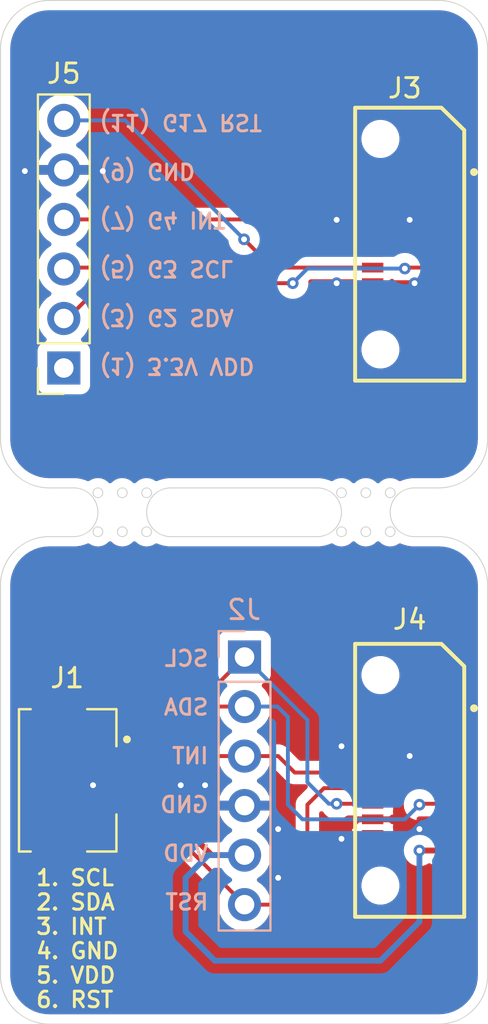
<source format=kicad_pcb>
(kicad_pcb (version 20240108) (generator "pcbnew") (generator_version "8.0")
  (layers (0 "F.Cu" signal) (31 "B.Cu" signal) (34 "B.Paste" user) (35 "F.Paste" user) (36 "B.SilkS" user "B.Silkscreen") (37 "F.SilkS" user "F.Silkscreen") (38 "B.Mask" user) (39 "F.Mask" user) (44 "Edge.Cuts" user))
  (net 0 "")
  (net 1 "SER_GPIO05")
  (net 2 "SER_GPIO09")
  (net 3 "DES_GPIO07")
  (net 4 "GND")
  (net 5 "DES_GPIO08")
  (net 6 "SER_GPIO07")
  (net 7 "DES_SDA")
  (net 8 "DES_SCL")
  (net 9 "SER_3V3")
  (net 10 "SER_SDOR_ADD0")
  (net 11 "SER_WSOR_ADD2")
  (net 12 "SER_GPIO08")
  (net 13 "SER_12V")
  (net 14 "SER_SCL")
  (net 15 "SER_SCK")
  (net 16 "SER_USB_5V")
  (net 17 "SER_SDA")
  (net 18 "SER_SD")
  (net 19 "SER_VDDIO")
  (net 20 "SER_WS")
  (net 21 "SER_SCKOR_ADD1")
  (net 22 "DES_SD")
  (net 23 "DES_SCKOR_ADD1")
  (net 24 "DES_SCK")
  (net 25 "DES_3V3")
  (net 26 "DES_WSOR_ADD2")
  (net 27 "DES_SDOR_ADD0")
  (net 28 "DES_GPIO09")
  (net 29 "DES_WS")
  (net 30 "DES_12V")
  (net 31 "DES_USB_5V")
  (net 32 "DES_GPIO05")
  (net 33 "DES_VDDIO")
  (footprint "Connector_Samtec:SAMTEC_ERM8-010-XX.X-X-DV-XX" (layer "F.Cu") (at 121 60 -90)
    (property "Reference" "J3" (at -8 0.25 180) (layer "F.SilkS"))
    (property "Value" "ERM8-010-XX.X-X-DV-XX" (hide yes))
    (fp_line (start -7 2.8) (end -7 -1.625) (stroke (width 0.2)) (layer "F.SilkS"))
    (fp_line (start 7 2.8) (end -7 2.8) (stroke (width 0.2)) (layer "F.SilkS"))
    (fp_line (start -7 -1.625) (end -5.85 -2.8) (stroke (width 0.2)) (layer "F.SilkS"))
    (fp_line (start -5.85 -2.8) (end 7 -2.8) (stroke (width 0.2)) (layer "F.SilkS"))
    (fp_line (start 7 -2.8) (end 7 2.8) (stroke (width 0.2)) (layer "F.SilkS"))
    (fp_circle (center -3.698 -3.3) (end -3.598 -3.3) (stroke (width 0.2)) (fill none) (layer "F.SilkS"))
    (pad "" np_thru_hole circle (at -5.4 1.5 270) (size 1.45 1.45) (drill 1.45) (layers "*.Cu" "*.Mask"))
    (pad "" np_thru_hole circle (at 5.4 1.5 270) (size 1.45 1.45) (drill 1.45) (layers "*.Cu" "*.Mask"))
    (pad "01" smd rect (at -3.6 -1.9 270) (size 0.5 1.1) (layers "F.Cu" "F.Paste" "F.Mask") (net 11 "SER_WSOR_ADD2"))
    (pad "02" smd rect (at -3.6 1.9 270) (size 0.5 1.1) (layers "F.Cu" "F.Paste" "F.Mask") (net 20 "SER_WS"))
    (pad "03" smd rect (at -2.8 -1.9 270) (size 0.5 1.1) (layers "F.Cu" "F.Paste" "F.Mask") (net 21 "SER_SCKOR_ADD1"))
    (pad "04" smd rect (at -2.8 1.9 270) (size 0.5 1.1) (layers "F.Cu" "F.Paste" "F.Mask") (net 15 "SER_SCK"))
    (pad "05" smd rect (at -2 -1.9 270) (size 0.5 1.1) (layers "F.Cu" "F.Paste" "F.Mask") (net 10 "SER_SDOR_ADD0"))
    (pad "06" smd rect (at -2 1.9 270) (size 0.5 1.1) (layers "F.Cu" "F.Paste" "F.Mask") (net 18 "SER_SD"))
    (pad "07" smd rect (at -1.2 -1.9 270) (size 0.5 1.1) (layers "F.Cu" "F.Paste" "F.Mask") (net 4 "GND"))
    (pad "08" smd rect (at -1.2 1.9 270) (size 0.5 1.1) (layers "F.Cu" "F.Paste" "F.Mask") (net 4 "GND"))
    (pad "09" smd rect (at -0.4 -1.9 270) (size 0.5 1.1) (layers "F.Cu" "F.Paste" "F.Mask") (net 2 "SER_GPIO09"))
    (pad "10" smd rect (at -0.4 1.9 270) (size 0.5 1.1) (layers "F.Cu" "F.Paste" "F.Mask") (net 6 "SER_GPIO07"))
    (pad "11" smd rect (at 0.4 -1.9 270) (size 0.5 1.1) (layers "F.Cu" "F.Paste" "F.Mask") (net 1 "SER_GPIO05"))
    (pad "12" smd rect (at 0.4 1.9 270) (size 0.5 1.1) (layers "F.Cu" "F.Paste" "F.Mask") (net 12 "SER_GPIO08"))
    (pad "13" smd rect (at 1.2 -1.9 270) (size 0.5 1.1) (layers "F.Cu" "F.Paste" "F.Mask") (net 17 "SER_SDA"))
    (pad "14" smd rect (at 1.2 1.9 270) (size 0.5 1.1) (layers "F.Cu" "F.Paste" "F.Mask") (net 14 "SER_SCL"))
    (pad "15" smd rect (at 2 -1.9 270) (size 0.5 1.1) (layers "F.Cu" "F.Paste" "F.Mask") (net 4 "GND"))
    (pad "16" smd rect (at 2 1.9 270) (size 0.5 1.1) (layers "F.Cu" "F.Paste" "F.Mask") (net 4 "GND"))
    (pad "17" smd rect (at 2.8 -1.9 270) (size 0.5 1.1) (layers "F.Cu" "F.Paste" "F.Mask") (net 19 "SER_VDDIO"))
    (pad "18" smd rect (at 2.8 1.9 270) (size 0.5 1.1) (layers "F.Cu" "F.Paste" "F.Mask") (net 16 "SER_USB_5V"))
    (pad "19" smd rect (at 3.6 -1.9 270) (size 0.5 1.1) (layers "F.Cu" "F.Paste" "F.Mask") (net 9 "SER_3V3"))
    (pad "20" smd rect (at 3.6 1.9 270) (size 0.5 1.1) (layers "F.Cu" "F.Paste" "F.Mask") (net 13 "SER_12V"))
  )
  (footprint "Connector_Samtec:SAMTEC_ERM8-010-XX.X-X-DV-XX" (layer "F.Cu") (at 121 87.5 -90)
    (property "Reference" "J4" (at -8.25 0 180) (layer "F.SilkS"))
    (property "Value" "ERM8-010-XX.X-X-DV-XX" (hide yes))
    (fp_line (start -7 2.8) (end -7 -1.625) (stroke (width 0.2)) (layer "F.SilkS"))
    (fp_line (start 7 2.8) (end -7 2.8) (stroke (width 0.2)) (layer "F.SilkS"))
    (fp_line (start -7 -1.625) (end -5.85 -2.8) (stroke (width 0.2)) (layer "F.SilkS"))
    (fp_line (start -5.85 -2.8) (end 7 -2.8) (stroke (width 0.2)) (layer "F.SilkS"))
    (fp_line (start 7 -2.8) (end 7 2.8) (stroke (width 0.2)) (layer "F.SilkS"))
    (fp_circle (center -3.698 -3.3) (end -3.598 -3.3) (stroke (width 0.2)) (fill none) (layer "F.SilkS"))
    (pad "" np_thru_hole circle (at -5.4 1.5 270) (size 1.45 1.45) (drill 1.45) (layers "*.Cu" "*.Mask"))
    (pad "" np_thru_hole circle (at 5.4 1.5 270) (size 1.45 1.45) (drill 1.45) (layers "*.Cu" "*.Mask"))
    (pad "01" smd rect (at -3.6 -1.9 270) (size 0.5 1.1) (layers "F.Cu" "F.Paste" "F.Mask") (net 26 "DES_WSOR_ADD2"))
    (pad "02" smd rect (at -3.6 1.9 270) (size 0.5 1.1) (layers "F.Cu" "F.Paste" "F.Mask") (net 29 "DES_WS"))
    (pad "03" smd rect (at -2.8 -1.9 270) (size 0.5 1.1) (layers "F.Cu" "F.Paste" "F.Mask") (net 23 "DES_SCKOR_ADD1"))
    (pad "04" smd rect (at -2.8 1.9 270) (size 0.5 1.1) (layers "F.Cu" "F.Paste" "F.Mask") (net 24 "DES_SCK"))
    (pad "05" smd rect (at -2 -1.9 270) (size 0.5 1.1) (layers "F.Cu" "F.Paste" "F.Mask") (net 27 "DES_SDOR_ADD0"))
    (pad "06" smd rect (at -2 1.9 270) (size 0.5 1.1) (layers "F.Cu" "F.Paste" "F.Mask") (net 22 "DES_SD"))
    (pad "07" smd rect (at -1.2 -1.9 270) (size 0.5 1.1) (layers "F.Cu" "F.Paste" "F.Mask") (net 4 "GND"))
    (pad "08" smd rect (at -1.2 1.9 270) (size 0.5 1.1) (layers "F.Cu" "F.Paste" "F.Mask") (net 4 "GND"))
    (pad "09" smd rect (at -0.4 -1.9 270) (size 0.5 1.1) (layers "F.Cu" "F.Paste" "F.Mask") (net 28 "DES_GPIO09"))
    (pad "10" smd rect (at -0.4 1.9 270) (size 0.5 1.1) (layers "F.Cu" "F.Paste" "F.Mask") (net 3 "DES_GPIO07"))
    (pad "11" smd rect (at 0.4 -1.9 270) (size 0.5 1.1) (layers "F.Cu" "F.Paste" "F.Mask") (net 32 "DES_GPIO05"))
    (pad "12" smd rect (at 0.4 1.9 270) (size 0.5 1.1) (layers "F.Cu" "F.Paste" "F.Mask") (net 5 "DES_GPIO08"))
    (pad "13" smd rect (at 1.2 -1.9 270) (size 0.5 1.1) (layers "F.Cu" "F.Paste" "F.Mask") (net 7 "DES_SDA"))
    (pad "14" smd rect (at 1.2 1.9 270) (size 0.5 1.1) (layers "F.Cu" "F.Paste" "F.Mask") (net 8 "DES_SCL"))
    (pad "15" smd rect (at 2 -1.9 270) (size 0.5 1.1) (layers "F.Cu" "F.Paste" "F.Mask") (net 4 "GND"))
    (pad "16" smd rect (at 2 1.9 270) (size 0.5 1.1) (layers "F.Cu" "F.Paste" "F.Mask") (net 4 "GND"))
    (pad "17" smd rect (at 2.8 -1.9 270) (size 0.5 1.1) (layers "F.Cu" "F.Paste" "F.Mask") (net 33 "DES_VDDIO"))
    (pad "18" smd rect (at 2.8 1.9 270) (size 0.5 1.1) (layers "F.Cu" "F.Paste" "F.Mask") (net 31 "DES_USB_5V"))
    (pad "19" smd rect (at 3.6 -1.9 270) (size 0.5 1.1) (layers "F.Cu" "F.Paste" "F.Mask") (net 25 "DES_3V3"))
    (pad "20" smd rect (at 3.6 1.9 270) (size 0.5 1.1) (layers "F.Cu" "F.Paste" "F.Mask") (net 30 "DES_12V"))
  )
  (footprint "Connector_PinSocket_2.54mm:PinSocket_1x06_P2.54mm_Vertical" (layer "F.Cu") (at 103.25 66.35 180)
    (property "Reference" "J5" (at 0 15.1 360) (layer "F.SilkS"))
    (property "Value" "Conn_01x06_Pin" (hide yes))
    (fp_line (start 1.33 1.27) (end 1.33 14.03) (stroke (width 0.12)) (layer "F.SilkS"))
    (fp_line (start 1.33 -1.33) (end 1.33 0) (stroke (width 0.12)) (layer "F.SilkS"))
    (fp_line (start 0 -1.33) (end 1.33 -1.33) (stroke (width 0.12)) (layer "F.SilkS"))
    (fp_line (start -1.33 14.03) (end 1.33 14.03) (stroke (width 0.12)) (layer "F.SilkS"))
    (fp_line (start -1.33 1.27) (end 1.33 1.27) (stroke (width 0.12)) (layer "F.SilkS"))
    (fp_line (start -1.33 1.27) (end -1.33 14.03) (stroke (width 0.12)) (layer "F.SilkS"))
    (pad "1" thru_hole rect (at 0 0 180) (size 1.7 1.7) (drill 1) (layers "*.Cu" "*.Mask"))
    (pad "2" thru_hole oval (at 0 2.54 180) (size 1.7 1.7) (drill 1) (layers "*.Cu" "*.Mask") (net 17 "SER_SDA"))
    (pad "3" thru_hole oval (at 0 5.08 180) (size 1.7 1.7) (drill 1) (layers "*.Cu" "*.Mask") (net 14 "SER_SCL"))
    (pad "4" thru_hole oval (at 0 7.62 180) (size 1.7 1.7) (drill 1) (layers "*.Cu" "*.Mask") (net 6 "SER_GPIO07"))
    (pad "5" thru_hole oval (at 0 10.16 180) (size 1.7 1.7) (drill 1) (layers "*.Cu" "*.Mask") (net 4 "GND"))
    (pad "6" thru_hole oval (at 0 12.7 180) (size 1.7 1.7) (drill 1) (layers "*.Cu" "*.Mask") (net 12 "SER_GPIO08"))
  )
  (footprint "Connector_Amphenol:AMPHENOL_F305-1A7H1-11006-E100" (layer "F.Cu") (at 103.45 87.5 -90)
    (property "Reference" "J1" (at -5.25 0.025 180) (layer "F.SilkS"))
    (property "Value" "F305-1A7H1-11006-E100" (hide yes))
    (fp_line (start -3.65 2.5) (end 3.65 2.5) (stroke (width 0.127)) (layer "F.SilkS"))
    (fp_line (start 3.65 2.5) (end 3.65 1.9) (stroke (width 0.127)) (layer "F.SilkS"))
    (fp_line (start -3.65 1.9) (end -3.65 2.5) (stroke (width 0.127)) (layer "F.SilkS"))
    (fp_line (start -3.65 -1) (end -3.65 -2.5) (stroke (width 0.127)) (layer "F.SilkS"))
    (fp_line (start -3.65 -2.5) (end -1.75 -2.5) (stroke (width 0.127)) (layer "F.SilkS"))
    (fp_line (start 1.75 -2.5) (end 3.65 -2.5) (stroke (width 0.127)) (layer "F.SilkS"))
    (fp_line (start 3.65 -2.5) (end 3.65 -1) (stroke (width 0.127)) (layer "F.SilkS"))
    (fp_circle (center -2.1 -3.04) (end -2 -3.04) (stroke (width 0.2)) (fill none) (layer "F.SilkS"))
    (pad "1" smd rect (at -1.25 -2.8 270) (size 0.3 1.3) (layers "F.Cu" "F.Paste") (net 8 "DES_SCL"))
    (pad "2" smd rect (at -0.75 -2.8 270) (size 0.3 1.3) (layers "F.Cu" "F.Paste") (net 7 "DES_SDA"))
    (pad "3" smd rect (at -0.25 -2.8 270) (size 0.3 1.3) (layers "F.Cu" "F.Paste") (net 3 "DES_GPIO07"))
    (pad "4" smd rect (at 0.25 -2.8 270) (size 0.3 1.3) (layers "F.Cu" "F.Paste") (net 4 "GND"))
    (pad "5" smd rect (at 0.75 -2.8 270) (size 0.3 1.3) (layers "F.Cu" "F.Paste") (net 25 "DES_3V3"))
    (pad "6" smd rect (at 1.25 -2.8 270) (size 0.3 1.3) (layers "F.Cu" "F.Paste") (net 5 "DES_GPIO08"))
    (pad "S1" smd rect (at -3.15 0.45 270) (size 1.8 2.2) (layers "F.Cu" "F.Paste" "F.Mask"))
    (pad "S2" smd rect (at 3.15 0.45 270) (size 1.8 2.2) (layers "F.Cu" "F.Paste" "F.Mask"))
  )
  (footprint "Connector_PinSocket_2.54mm:PinSocket_1x06_P2.54mm_Vertical" (layer "B.Cu") (at 112.525 81.175 180)
    (property "Reference" "J2" (at 0.025 2.425 180) (layer "B.SilkS") (effects (justify mirror)))
    (property "Value" "Conn_01x06_Pin" (hide yes))
    (fp_line (start 1.33 1.33) (end 0 1.33) (stroke (width 0.12)) (layer "B.SilkS"))
    (fp_line (start 1.33 0) (end 1.33 1.33) (stroke (width 0.12)) (layer "B.SilkS"))
    (fp_line (start 1.33 -1.27) (end -1.33 -1.27) (stroke (width 0.12)) (layer "B.SilkS"))
    (fp_line (start 1.33 -14.03) (end 1.33 -1.27) (stroke (width 0.12)) (layer "B.SilkS"))
    (fp_line (start 1.33 -14.03) (end -1.33 -14.03) (stroke (width 0.12)) (layer "B.SilkS"))
    (fp_line (start -1.33 -14.03) (end -1.33 -1.27) (stroke (width 0.12)) (layer "B.SilkS"))
    (pad "1" thru_hole rect (at 0 0 180) (size 1.7 1.7) (drill 1) (layers "*.Cu" "*.Mask") (net 8 "DES_SCL"))
    (pad "2" thru_hole oval (at 0 -2.54 180) (size 1.7 1.7) (drill 1) (layers "*.Cu" "*.Mask") (net 7 "DES_SDA"))
    (pad "3" thru_hole oval (at 0 -5.08 180) (size 1.7 1.7) (drill 1) (layers "*.Cu" "*.Mask") (net 3 "DES_GPIO07"))
    (pad "4" thru_hole oval (at 0 -7.62 180) (size 1.7 1.7) (drill 1) (layers "*.Cu" "*.Mask") (net 4 "GND"))
    (pad "5" thru_hole oval (at 0 -10.16 180) (size 1.7 1.7) (drill 1) (layers "*.Cu" "*.Mask") (net 25 "DES_3V3"))
    (pad "6" thru_hole oval (at 0 -12.7 180) (size 1.7 1.7) (drill 1) (layers "*.Cu" "*.Mask") (net 5 "DES_GPIO08"))
  )
  (gr_circle (center 120.000002 74.749998) (end 120.250002 74.749998) (stroke (width 0.05)) (fill none) (layer "Edge.Cuts"))
  (gr_arc (start 120.000002 73.749998) (mid 120.366119 72.866115) (end 121.250002 72.499998) (stroke (width 0.05)) (layer "Edge.Cuts"))
  (gr_circle (center 106.25 74.75) (end 106.5 74.75) (stroke (width 0.05)) (fill none) (layer "Edge.Cuts"))
  (gr_arc (start 102.5 100) (mid 100.732233 99.267767) (end 100 97.5) (stroke (width 0.05)) (layer "Edge.Cuts"))
  (gr_circle (center 118.750002 74.749998) (end 119.000002 74.749998) (stroke (width 0.05)) (fill none) (layer "Edge.Cuts"))
  (gr_arc (start 100 77.5) (mid 100.732233 75.732233) (end 102.5 75) (stroke (width 0.05)) (layer "Edge.Cuts"))
  (gr_line (start 122.5 75) (end 121.25 75) (stroke (width 0.05)) (layer "Edge.Cuts"))
  (gr_arc (start 103.750002 72.499998) (mid 104.633885 72.866115) (end 105.000002 73.749998) (stroke (width 0.05)) (layer "Edge.Cuts"))
  (gr_arc (start 105.000002 73.750002) (mid 104.633885 74.633885) (end 103.750002 75.000002) (stroke (width 0.05)) (layer "Edge.Cuts"))
  (gr_line (start 116.25 72.5) (end 108.75 72.5) (stroke (width 0.05)) (layer "Edge.Cuts"))
  (gr_line (start 100 50) (end 100 70) (stroke (width 0.05)) (layer "Edge.Cuts"))
  (gr_line (start 100 77.5) (end 100 97.5) (stroke (width 0.05)) (layer "Edge.Cuts"))
  (gr_arc (start 102.5 72.5) (mid 100.732233 71.767767) (end 100 70) (stroke (width 0.05)) (layer "Edge.Cuts"))
  (gr_arc (start 116.250004 72.499996) (mid 117.133887 72.866113) (end 117.500004 73.749996) (stroke (width 0.05)) (layer "Edge.Cuts"))
  (gr_arc (start 122.5 75) (mid 124.267767 75.732233) (end 125 77.5) (stroke (width 0.05)) (layer "Edge.Cuts"))
  (gr_arc (start 121.25 75) (mid 120.366117 74.633883) (end 120 73.75) (stroke (width 0.05)) (layer "Edge.Cuts"))
  (gr_arc (start 100 50) (mid 100.732233 48.232233) (end 102.5 47.5) (stroke (width 0.05)) (layer "Edge.Cuts"))
  (gr_line (start 125 70) (end 125 50) (stroke (width 0.05)) (layer "Edge.Cuts"))
  (gr_line (start 116.25 75) (end 108.749998 75.000002) (stroke (width 0.05)) (layer "Edge.Cuts"))
  (gr_line (start 122.5 72.5) (end 121.25 72.5) (stroke (width 0.05)) (layer "Edge.Cuts"))
  (gr_line (start 103.75 75) (end 102.5 75) (stroke (width 0.05)) (layer "Edge.Cuts"))
  (gr_line (start 102.5 100) (end 122.5 100) (stroke (width 0.05)) (layer "Edge.Cuts"))
  (gr_circle (center 107.5 72.75) (end 107.75 72.75) (stroke (width 0.05)) (fill none) (layer "Edge.Cuts"))
  (gr_circle (center 120.000002 72.749998) (end 120.250002 72.749998) (stroke (width 0.05)) (fill none) (layer "Edge.Cuts"))
  (gr_circle (center 117.500002 74.749998) (end 117.750002 74.749998) (stroke (width 0.05)) (fill none) (layer "Edge.Cuts"))
  (gr_circle (center 105 72.75) (end 105.25 72.75) (stroke (width 0.05)) (fill none) (layer "Edge.Cuts"))
  (gr_circle (center 117.500002 72.749998) (end 117.750002 72.749998) (stroke (width 0.05)) (fill none) (layer "Edge.Cuts"))
  (gr_arc (start 125 70) (mid 124.267767 71.767767) (end 122.5 72.5) (stroke (width 0.05)) (layer "Edge.Cuts"))
  (gr_circle (center 105 74.75) (end 105.25 74.75) (stroke (width 0.05)) (fill none) (layer "Edge.Cuts"))
  (gr_arc (start 117.500004 73.75) (mid 117.133887 74.633883) (end 116.250004 75) (stroke (width 0.05)) (layer "Edge.Cuts"))
  (gr_line (start 125 97.5) (end 125 77.5) (stroke (width 0.05)) (layer "Edge.Cuts"))
  (gr_circle (center 118.750002 72.749998) (end 119.000002 72.749998) (stroke (width 0.05)) (fill none) (layer "Edge.Cuts"))
  (gr_line (start 103.75 72.5) (end 102.5 72.5) (stroke (width 0.05)) (layer "Edge.Cuts"))
  (gr_line (start 122.5 47.5) (end 102.5 47.5) (stroke (width 0.05)) (layer "Edge.Cuts"))
  (gr_arc (start 125 97.5) (mid 124.267767 99.267767) (end 122.5 100) (stroke (width 0.05)) (layer "Edge.Cuts"))
  (gr_circle (center 106.25 72.75) (end 106.5 72.75) (stroke (width 0.05)) (fill none) (layer "Edge.Cuts"))
  (gr_arc (start 108.749998 75.000002) (mid 107.866115 74.633885) (end 107.499998 73.750002) (stroke (width 0.05)) (layer "Edge.Cuts"))
  (gr_circle (center 107.5 74.75) (end 107.75 74.75) (stroke (width 0.05)) (fill none) (layer "Edge.Cuts"))
  (gr_arc (start 122.5 47.5) (mid 124.267767 48.232233) (end 125 50) (stroke (width 0.05)) (layer "Edge.Cuts"))
  (gr_arc (start 107.5 73.75) (mid 107.866117 72.866117) (end 108.75 72.5) (stroke (width 0.05)) (layer "Edge.Cuts"))
  (gr_text "(5) G3 SCL" (at 105 61.25 180) (layer "B.SilkS") (effects (font (size 0.8 0.8) (thickness 0.15) (bold yes)) (justify left mirror)))
  (gr_text "GND" (at 110.75 88.75 0) (layer "B.SilkS") (effects (font (size 0.8 0.8) (thickness 0.15) (bold yes)) (justify left mirror)))
  (gr_text "VDD" (at 110.75 91.25 0) (layer "B.SilkS") (effects (font (size 0.8 0.8) (thickness 0.15) (bold yes)) (justify left mirror)))
  (gr_text "SDA" (at 110.75 83.75 0) (layer "B.SilkS") (effects (font (size 0.8 0.8) (thickness 0.15) (bold yes)) (justify left mirror)))
  (gr_text "(3) G2 SDA" (at 105 63.75 180) (layer "B.SilkS") (effects (font (size 0.8 0.8) (thickness 0.15) (bold yes)) (justify left mirror)))
  (gr_text "(9) GND" (at 105 56.25 180) (layer "B.SilkS") (effects (font (size 0.8 0.8) (thickness 0.15) (bold yes)) (justify left mirror)))
  (gr_text "(1) 3.3V VDD" (at 105 66.25 180) (layer "B.SilkS") (effects (font (size 0.8 0.8) (thickness 0.15) (bold yes)) (justify left mirror)))
  (gr_text "RST" (at 110.75 93.75 0) (layer "B.SilkS") (effects (font (size 0.8 0.8) (thickness 0.15) (bold yes)) (justify left mirror)))
  (gr_text "SCL" (at 110.75 81.25 0) (layer "B.SilkS") (effects (font (size 0.8 0.8) (thickness 0.15) (bold yes)) (justify left mirror)))
  (gr_text "INT" (at 110.75 86.25 0) (layer "B.SilkS") (effects (font (size 0.8 0.8) (thickness 0.15) (bold yes)) (justify left mirror)))
  (gr_text "(7) G4 INT" (at 105 58.75 180) (layer "B.SilkS") (effects (font (size 0.8 0.8) (thickness 0.15) (bold yes)) (justify left mirror)))
  (gr_text "(11) G17 RST" (at 105 53.75 180) (layer "B.SilkS") (effects (font (size 0.8 0.8) (thickness 0.15) (bold yes)) (justify left mirror)))
  (gr_text "2. SDA" (at 101.75 93.75 0) (layer "F.SilkS") (effects (font (size 0.8 0.8) (thickness 0.15) (bold yes)) (justify left)))
  (gr_text "3. INT" (at 101.75 95 0) (layer "F.SilkS") (effects (font (size 0.8 0.8) (thickness 0.15) (bold yes)) (justify left)))
  (gr_text "1. SCL" (at 101.75 92.5 0) (layer "F.SilkS") (effects (font (size 0.8 0.8) (thickness 0.15) (bold yes)) (justify left)))
  (gr_text "4. GND" (at 101.75 96.25 0) (layer "F.SilkS") (effects (font (size 0.8 0.8) (thickness 0.15) (bold yes)) (justify left)))
  (gr_text "6. RST" (at 101.75 98.75 0) (layer "F.SilkS") (effects (font (size 0.8 0.8) (thickness 0.15) (bold yes)) (justify left)))
  (gr_text "5. VDD" (at 101.75 97.5 0) (layer "F.SilkS") (effects (font (size 0.8 0.8) (thickness 0.15) (bold yes)) (justify left)))
  (segment (start 108 87.25) (end 108.995 86.255) (width 0.2) (layer "F.Cu") (net 3))
  (segment (start 108.995 86.255) (end 112.525 86.255) (width 0.2) (layer "F.Cu") (net 3))
  (segment (start 112.525 86.255) (end 114.255 86.255) (width 0.2) (layer "F.Cu") (net 3))
  (segment (start 114.255 86.255) (end 115.1 87.1) (width 0.2) (layer "F.Cu") (net 3))
  (segment (start 115.1 87.1) (end 119.1 87.1) (width 0.2) (layer "F.Cu") (net 3))
  (segment (start 106.25 87.25) (end 108 87.25) (width 0.2) (layer "F.Cu") (net 3))
  (segment (start 124.25 86.25) (end 124.2 86.3) (width 0.2) (layer "F.Cu") (net 4))
  (segment (start 117.5 58.75) (end 117.55 58.8) (width 0.2) (layer "F.Cu") (net 4))
  (segment (start 122.75 62) (end 118.95 62) (width 0.3) (layer "F.Cu") (net 4))
  (segment (start 122.9 89.5) (end 121.5 89.5) (width 0.3) (layer "F.Cu") (net 4))
  (segment (start 118.35 89.5) (end 117.5 90.35) (width 0.3) (layer "F.Cu") (net 4))
  (segment (start 117.5 90.35) (end 117.5 90.5) (width 0.2) (layer "F.Cu") (net 4))
  (segment (start 119.1 62) (end 117.75 62) (width 0.3) (layer "F.Cu") (net 4))
  (segment (start 119.1 89.5) (end 118.35 89.5) (width 0.3) (layer "F.Cu") (net 4))
  (segment (start 117.5 85.75) (end 118.05 86.3) (width 0.2) (layer "F.Cu") (net 4))
  (segment (start 124.05 58.8) (end 124.25 59) (width 0.2) (layer "F.Cu") (net 4))
  (segment (start 106.25 87.75) (end 104.75 87.75) (width 0.3) (layer "F.Cu") (net 4))
  (segment (start 122.9 58.8) (end 124.05 58.8) (width 0.3) (layer "F.Cu") (net 4))
  (segment (start 122.9 62) (end 124 62) (width 0.3) (layer "F.Cu") (net 4))
  (segment (start 120.95 86.3) (end 121 86.25) (width 0.2) (layer "F.Cu") (net 4))
  (segment (start 122.9 58.8) (end 119.1 58.8) (width 0.3) (layer "F.Cu") (net 4))
  (segment (start 121.05 86.3) (end 124.2 86.3) (width 0.2) (layer "F.Cu") (net 4))
  (segment (start 119.1 86.3) (end 120.95 86.3) (width 0.2) (layer "F.Cu") (net 4))
  (segment (start 122.9 89.5) (end 124 89.5) (width 0.3) (layer "F.Cu") (net 4))
  (segment (start 119.1 89.5) (end 120.5 89.5) (width 0.3) (layer "F.Cu") (net 4))
  (segment (start 121 86.25) (end 121.05 86.3) (width 0.2) (layer "F.Cu") (net 4))
  (segment (start 119.1 58.8) (end 117.55 58.8) (width 0.3) (layer "F.Cu") (net 4))
  (segment (start 118.05 86.3) (end 119.1 86.3) (width 0.2) (layer "F.Cu") (net 4))
  (via (at 117.25 62) (size 0.6) (drill 0.3) (layers "F.Cu" "B.Cu") (net 4))
  (via (at 114.25 90) (size 0.6) (drill 0.3) (layers "F.Cu" "B.Cu") (net 4))
  (via (at 109.25 87.75) (size 0.6) (drill 0.3) (layers "F.Cu" "B.Cu") (net 4))
  (via (at 105.25 56.25) (size 0.6) (drill 0.3) (layers "F.Cu" "B.Cu") (net 4))
  (via (at 121.25 62) (size 0.6) (drill 0.3) (layers "F.Cu" "B.Cu") (net 4))
  (via (at 114.25 92.5) (size 0.6) (drill 0.3) (layers "F.Cu" "B.Cu") (net 4))
  (via (at 121.5 90) (size 0.6) (drill 0.3) (layers "F.Cu" "B.Cu") (net 4))
  (via (at 117.25 58.75) (size 0.6) (drill 0.3) (layers "F.Cu" "B.Cu") (net 4))
  (via (at 121 86.25) (size 0.6) (drill 0.3) (layers "F.Cu" "B.Cu") (net 4))
  (via (at 117.5 90.5) (size 0.6) (drill 0.3) (layers "F.Cu" "B.Cu") (net 4))
  (via (at 117.5 85.75) (size 0.6) (drill 0.3) (layers "F.Cu" "B.Cu") (net 4))
  (via (at 101.25 56.25) (size 0.6) (drill 0.3) (layers "F.Cu" "B.Cu") (net 4))
  (via (at 104.75 87.75) (size 0.6) (drill 0.3) (layers "F.Cu" "B.Cu") (net 4))
  (via (at 121 58.75) (size 0.6) (drill 0.3) (layers "F.Cu" "B.Cu") (net 4))
  (via (at 110.5 87.75) (size 0.6) (drill 0.3) (layers "F.Cu" "B.Cu") (net 4))
  (segment (start 116.6 87.9) (end 119.1 87.9) (width 0.2) (layer "F.Cu") (net 5))
  (segment (start 115.75 88.75) (end 116.6 87.9) (width 0.2) (layer "F.Cu") (net 5))
  (segment (start 107.4 88.75) (end 112.525 93.875) (width 0.2) (layer "F.Cu") (net 5))
  (segment (start 114.875 93.875) (end 115.75 93) (width 0.2) (layer "F.Cu") (net 5))
  (segment (start 106.25 88.75) (end 107.4 88.75) (width 0.2) (layer "F.Cu") (net 5))
  (segment (start 112.525 93.875) (end 114.875 93.875) (width 0.2) (layer "F.Cu") (net 5))
  (segment (start 115.75 93) (end 115.75 88.75) (width 0.2) (layer "F.Cu") (net 5))
  (segment (start 113.23 58.73) (end 103.25 58.73) (width 0.2) (layer "F.Cu") (net 6))
  (segment (start 114.1 59.6) (end 113.23 58.73) (width 0.2) (layer "F.Cu") (net 6))
  (segment (start 119.1 59.6) (end 114.1 59.6) (width 0.2) (layer "F.Cu") (net 6))
  (segment (start 121.5 88.75) (end 121.484315 88.75) (width 0.2) (layer "F.Cu") (net 7))
  (segment (start 122.9 88.7) (end 121.534315 88.7) (width 0.2) (layer "F.Cu") (net 7))
  (segment (start 121.534315 88.7) (end 121.5 88.734315) (width 0.2) (layer "F.Cu") (net 7))
  (segment (start 107.75 86.75) (end 110.785 83.715) (width 0.2) (layer "F.Cu") (net 7))
  (segment (start 110.785 83.715) (end 112.525 83.715) (width 0.2) (layer "F.Cu") (net 7))
  (segment (start 106.25 86.75) (end 107.75 86.75) (width 0.2) (layer "F.Cu") (net 7))
  (segment (start 121.5 88.734315) (end 121.5 88.75) (width 0.2) (layer "F.Cu") (net 7))
  (via (at 121.5 88.75) (size 0.6) (drill 0.3) (layers "F.Cu" "B.Cu") (net 7))
  (segment (start 114.75 84.25) (end 114.75 88.75) (width 0.2) (layer "B.Cu") (net 7))
  (segment (start 115.5 89.5) (end 120.75 89.5) (width 0.2) (layer "B.Cu") (net 7))
  (segment (start 120.75 89.5) (end 121.5 88.75) (width 0.2) (layer "B.Cu") (net 7))
  (segment (start 114.215 83.715) (end 114.75 84.25) (width 0.2) (layer "B.Cu") (net 7))
  (segment (start 114.75 88.75) (end 115.5 89.5) (width 0.2) (layer "B.Cu") (net 7))
  (segment (start 112.525 83.715) (end 114.215 83.715) (width 0.2) (layer "B.Cu") (net 7))
  (segment (start 117.25 88.7) (end 119.1 88.7) (width 0.2) (layer "F.Cu") (net 8))
  (segment (start 106.25 86.25) (end 107.45 86.25) (width 0.2) (layer "F.Cu") (net 8))
  (segment (start 107.45 86.25) (end 112.525 81.175) (width 0.2) (layer "F.Cu") (net 8))
  (via (at 117.25 88.7) (size 0.6) (drill 0.3) (layers "F.Cu" "B.Cu") (net 8))
  (segment (start 115.75 84.4) (end 112.525 81.175) (width 0.2) (layer "B.Cu") (net 8))
  (segment (start 115.75 87.598529) (end 115.75 84.4) (width 0.2) (layer "B.Cu") (net 8))
  (segment (start 116.851471 88.7) (end 115.75 87.598529) (width 0.2) (layer "B.Cu") (net 8))
  (segment (start 117.25 88.7) (end 116.851471 88.7) (width 0.2) (layer "B.Cu") (net 8))
  (segment (start 113.15 60.4) (end 112.5 59.75) (width 0.2) (layer "F.Cu") (net 12))
  (segment (start 119.1 60.4) (end 113.15 60.4) (width 0.2) (layer "F.Cu") (net 12))
  (via (at 112.5 59.75) (size 0.6) (drill 0.3) (layers "F.Cu" "B.Cu") (net 12))
  (segment (start 112.5 59.75) (end 106.4 53.65) (width 0.2) (layer "B.Cu") (net 12))
  (segment (start 106.4 53.65) (end 103.25 53.65) (width 0.2) (layer "B.Cu") (net 12))
  (segment (start 119.1 61.2) (end 103.32 61.2) (width 0.2) (layer "F.Cu") (net 14))
  (segment (start 103.32 61.2) (end 103.25 61.27) (width 0.2) (layer "F.Cu") (net 14))
  (segment (start 122.15 61.2) (end 120.8 61.2) (width 0.2) (layer "F.Cu") (net 17))
  (segment (start 115 62) (end 105.25 62) (width 0.2) (layer "F.Cu") (net 17))
  (segment (start 103.59 64.15) (end 103.25 63.81) (width 0.2) (layer "F.Cu") (net 17))
  (segment (start 103.59 63.66) (end 103.59 64.15) (width 0.2) (layer "F.Cu") (net 17))
  (segment (start 120.8 61.2) (end 120.75 61.25) (width 0.2) (layer "F.Cu") (net 17))
  (segment (start 122.9 61.2) (end 122.15 61.2) (width 0.2) (layer "F.Cu") (net 17))
  (segment (start 105.25 62) (end 103.59 63.66) (width 0.2) (layer "F.Cu") (net 17))
  (via (at 115 62) (size 0.6) (drill 0.3) (layers "F.Cu" "B.Cu") (net 17))
  (via (at 120.75 61.25) (size 0.6) (drill 0.3) (layers "F.Cu" "B.Cu") (net 17))
  (segment (start 115.75 61.25) (end 115 62) (width 0.2) (layer "B.Cu") (net 17))
  (segment (start 120.75 61.25) (end 115.75 61.25) (width 0.2) (layer "B.Cu") (net 17))
  (segment (start 107.75 88.25) (end 110.835 91.335) (width 0.3) (layer "F.Cu") (net 25))
  (segment (start 121.5 91.1) (end 122.9 91.1) (width 0.3) (layer "F.Cu") (net 25))
  (segment (start 106.25 88.25) (end 107.75 88.25) (width 0.3) (layer "F.Cu") (net 25))
  (segment (start 110.835 91.335) (end 112.525 91.335) (width 0.3) (layer "F.Cu") (net 25))
  (via (at 121.5 91.1) (size 0.6) (drill 0.3) (layers "F.Cu" "B.Cu") (net 25))
  (segment (start 121.5 94.75) (end 119.5 96.75) (width 0.3) (layer "B.Cu") (net 25))
  (segment (start 109.5 92.5) (end 110.665 91.335) (width 0.3) (layer "B.Cu") (net 25))
  (segment (start 121.5 91.1) (end 121.5 94.75) (width 0.3) (layer "B.Cu") (net 25))
  (segment (start 119.5 96.75) (end 111 96.75) (width 0.3) (layer "B.Cu") (net 25))
  (segment (start 111 96.75) (end 109.5 95.25) (width 0.3) (layer "B.Cu") (net 25))
  (segment (start 110.665 91.335) (end 112.525 91.335) (width 0.3) (layer "B.Cu") (net 25))
  (segment (start 109.5 95.25) (end 109.5 92.5) (width 0.3) (layer "B.Cu") (net 25))
  (zone (net 4) (net_name "GND") (layer "F.Cu") (connect_pads (clearance 0.5)) (min_thickness 0.25) (fill yes (thermal_gap 0.5) (thermal_bridge_width 0.5))
    (polygon (pts (xy 125 100) (xy 125 47.5) (xy 100 47.5) (xy 100 100)))
  )
  (zone (net 4) (net_name "GND") (layer "B.Cu") (priority 1) (connect_pads (clearance 0.5)) (min_thickness 0.25) (fill yes (thermal_gap 0.5) (thermal_bridge_width 0.5))
    (polygon (pts (xy 125 100) (xy 125 47.5) (xy 100 47.5) (xy 100 100)))
  )
)
</source>
